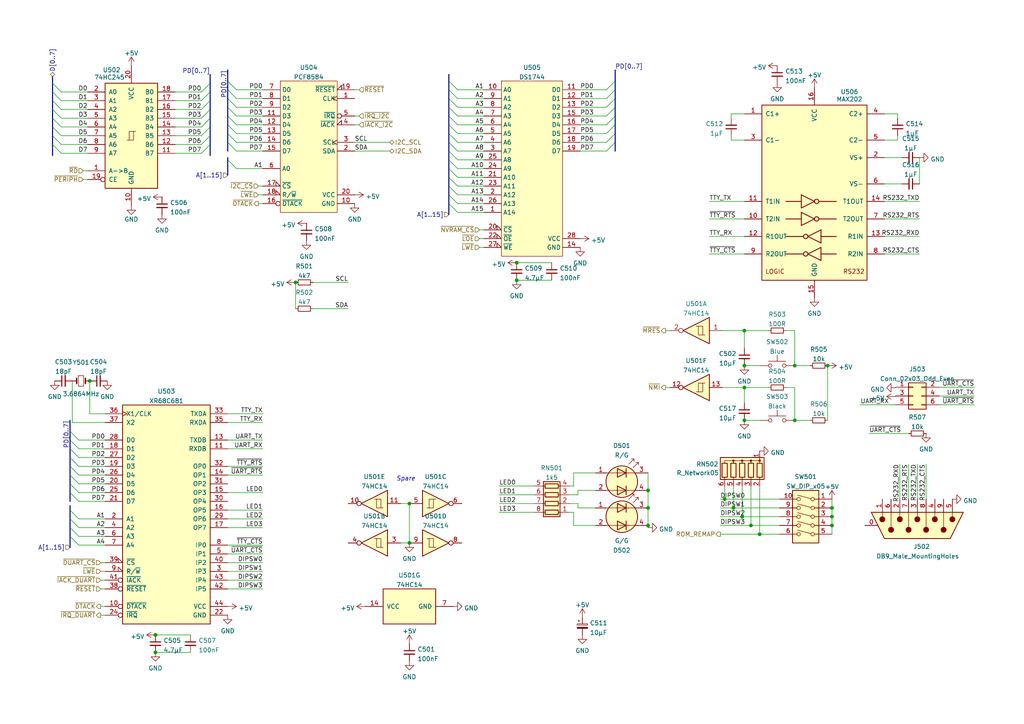
<source format=kicad_sch>
(kicad_sch (version 20210621) (generator eeschema)
  (paper "A4")
  (junction (at 149.86 81.28))
  (junction (at 212.725 147.32))
  (junction (at 215.9 112.395))
  (junction (at 241.3 152.4))
  (junction (at 187.96 147.32))
  (junction (at 220.345 154.94))
  (junction (at 187.96 152.4))
  (junction (at 215.265 149.86))
  (junction (at 241.3 147.32))
  (junction (at 217.805 152.4))
  (junction (at 85.725 81.915))
  (junction (at 149.86 76.2))
  (junction (at 215.9 106.045))
  (junction (at 118.745 146.05))
  (junction (at 230.505 106.045))
  (junction (at 230.505 121.92))
  (junction (at 26.035 110.49))
  (junction (at 187.96 142.24))
  (junction (at 45.085 189.23))
  (junction (at 215.9 95.885))
  (junction (at 215.9 121.92))
  (junction (at 118.745 157.48))
  (junction (at 240.03 106.045))
  (junction (at 210.185 144.78))
  (junction (at 241.3 149.86))
  (junction (at 45.085 184.15))
  (bus_entry (at 58.42 39.37) (size 2.54 -2.54))
  (bus_entry (at 175.895 41.275) (size 2.54 -2.54))
  (bus_entry (at 22.86 130.175) (size -2.54 -2.54))
  (bus_entry (at 68.58 41.275) (size -2.54 -2.54))
  (bus_entry (at 58.42 31.75) (size 2.54 -2.54))
  (bus_entry (at 20.32 155.575) (size 2.54 2.54))
  (bus_entry (at 175.895 31.115) (size 2.54 -2.54))
  (bus_entry (at 22.86 135.255) (size -2.54 -2.54))
  (bus_entry (at 58.42 44.45) (size 2.54 -2.54))
  (bus_entry (at 130.175 36.195) (size 2.54 2.54))
  (bus_entry (at 22.86 137.795) (size -2.54 -2.54))
  (bus_entry (at 68.58 33.655) (size -2.54 -2.54))
  (bus_entry (at 130.175 31.115) (size 2.54 2.54))
  (bus_entry (at 22.86 145.415) (size -2.54 -2.54))
  (bus_entry (at 17.78 26.67) (size -2.54 -2.54))
  (bus_entry (at 66.04 46.355) (size 2.54 2.54))
  (bus_entry (at 130.175 48.895) (size 2.54 2.54))
  (bus_entry (at 68.58 38.735) (size -2.54 -2.54))
  (bus_entry (at 68.58 36.195) (size -2.54 -2.54))
  (bus_entry (at 22.86 140.335) (size -2.54 -2.54))
  (bus_entry (at 20.32 150.495) (size 2.54 2.54))
  (bus_entry (at 175.895 43.815) (size 2.54 -2.54))
  (bus_entry (at 175.895 38.735) (size 2.54 -2.54))
  (bus_entry (at 130.175 46.355) (size 2.54 2.54))
  (bus_entry (at 175.895 33.655) (size 2.54 -2.54))
  (bus_entry (at 130.175 51.435) (size 2.54 2.54))
  (bus_entry (at 58.42 29.21) (size 2.54 -2.54))
  (bus_entry (at 20.32 153.035) (size 2.54 2.54))
  (bus_entry (at 68.58 28.575) (size -2.54 -2.54))
  (bus_entry (at 17.78 36.83) (size -2.54 -2.54))
  (bus_entry (at 22.86 142.875) (size -2.54 -2.54))
  (bus_entry (at 17.78 39.37) (size -2.54 -2.54))
  (bus_entry (at 130.175 38.735) (size 2.54 2.54))
  (bus_entry (at 68.58 43.815) (size -2.54 -2.54))
  (bus_entry (at 58.42 36.83) (size 2.54 -2.54))
  (bus_entry (at 17.78 34.29) (size -2.54 -2.54))
  (bus_entry (at 58.42 26.67) (size 2.54 -2.54))
  (bus_entry (at 17.78 44.45) (size -2.54 -2.54))
  (bus_entry (at 130.175 33.655) (size 2.54 2.54))
  (bus_entry (at 130.175 23.495) (size 2.54 2.54))
  (bus_entry (at 130.175 59.055) (size 2.54 2.54))
  (bus_entry (at 68.58 26.035) (size -2.54 -2.54))
  (bus_entry (at 22.86 132.715) (size -2.54 -2.54))
  (bus_entry (at 58.42 34.29) (size 2.54 -2.54))
  (bus_entry (at 175.895 28.575) (size 2.54 -2.54))
  (bus_entry (at 20.32 147.955) (size 2.54 2.54))
  (bus_entry (at 17.78 29.21) (size -2.54 -2.54))
  (bus_entry (at 130.175 28.575) (size 2.54 2.54))
  (bus_entry (at 68.58 31.115) (size -2.54 -2.54))
  (bus_entry (at 17.78 31.75) (size -2.54 -2.54))
  (bus_entry (at 17.78 41.91) (size -2.54 -2.54))
  (bus_entry (at 130.175 26.035) (size 2.54 2.54))
  (bus_entry (at 130.175 41.275) (size 2.54 2.54))
  (bus_entry (at 58.42 41.91) (size 2.54 -2.54))
  (bus_entry (at 175.895 26.035) (size 2.54 -2.54))
  (bus_entry (at 22.86 127.635) (size -2.54 -2.54))
  (bus_entry (at 130.175 56.515) (size 2.54 2.54))
  (bus_entry (at 130.175 43.815) (size 2.54 2.54))
  (bus_entry (at 175.895 36.195) (size 2.54 -2.54))
  (bus_entry (at 130.175 53.975) (size 2.54 2.54))
  (wire (pts (xy 45.085 184.15) (xy 55.245 184.15)))
  (wire (pts (xy 268.605 144.78) (xy 268.605 134.62)))
  (wire (pts (xy 132.715 61.595) (xy 140.335 61.595)))
  (wire (pts (xy 100.965 81.915) (xy 90.805 81.915)))
  (wire (pts (xy 212.09 33.02) (xy 215.9 33.02)))
  (wire (pts (xy 102.87 41.275) (xy 113.03 41.275)))
  (wire (pts (xy 66.04 127.635) (xy 76.2 127.635)))
  (wire (pts (xy 272.415 117.3964) (xy 282.575 117.3964)))
  (wire (pts (xy 240.03 106.045) (xy 240.03 121.92)))
  (wire (pts (xy 22.86 150.495) (xy 30.48 150.495)))
  (bus (pts (xy 20.32 135.255) (xy 20.32 137.795)))
  (bus (pts (xy 20.32 137.795) (xy 20.32 140.335)))
  (bus (pts (xy 20.32 140.335) (xy 20.32 142.875)))
  (bus (pts (xy 20.32 142.875) (xy 20.32 145.415)))
  (bus (pts (xy 20.32 125.095) (xy 20.32 127.635)))
  (bus (pts (xy 20.32 121.92) (xy 20.32 125.095)))
  (bus (pts (xy 20.32 127.635) (xy 20.32 130.175)))
  (bus (pts (xy 20.32 130.175) (xy 20.32 132.715)))
  (bus (pts (xy 20.32 132.715) (xy 20.32 135.255)))
  (wire (pts (xy 22.86 155.575) (xy 30.48 155.575)))
  (wire (pts (xy 85.725 81.915) (xy 85.725 89.535)))
  (wire (pts (xy 104.14 26.035) (xy 102.87 26.035)))
  (bus (pts (xy 60.96 24.13) (xy 60.96 26.67)))
  (bus (pts (xy 60.96 21.59) (xy 60.96 24.13)))
  (bus (pts (xy 60.96 31.75) (xy 60.96 34.29)))
  (bus (pts (xy 60.96 34.29) (xy 60.96 36.83)))
  (bus (pts (xy 60.96 36.83) (xy 60.96 39.37)))
  (bus (pts (xy 60.96 39.37) (xy 60.96 41.91)))
  (bus (pts (xy 60.96 41.91) (xy 60.96 45.085)))
  (bus (pts (xy 60.96 26.67) (xy 60.96 29.21)))
  (bus (pts (xy 60.96 29.21) (xy 60.96 31.75)))
  (wire (pts (xy 24.13 52.07) (xy 25.4 52.07)))
  (wire (pts (xy 220.345 140.97) (xy 220.345 154.94)))
  (wire (pts (xy 30.48 140.335) (xy 22.86 140.335)))
  (wire (pts (xy 76.2 43.815) (xy 68.58 43.815)))
  (wire (pts (xy 227.965 112.395) (xy 230.505 112.395)))
  (wire (pts (xy 230.505 112.395) (xy 230.505 121.92)))
  (wire (pts (xy 167.64 142.24) (xy 172.72 142.24)))
  (wire (pts (xy 167.64 143.51) (xy 167.64 142.24)))
  (wire (pts (xy 165.1 143.51) (xy 167.64 143.51)))
  (wire (pts (xy 58.42 29.21) (xy 50.8 29.21)))
  (wire (pts (xy 116.205 157.48) (xy 118.745 157.48)))
  (wire (pts (xy 139.065 71.755) (xy 140.335 71.755)))
  (wire (pts (xy 29.21 178.435) (xy 30.48 178.435)))
  (wire (pts (xy 66.04 168.275) (xy 76.2 168.275)))
  (wire (pts (xy 30.48 135.255) (xy 22.86 135.255)))
  (wire (pts (xy 241.3 144.78) (xy 241.3 147.32)))
  (wire (pts (xy 241.3 149.86) (xy 241.3 152.4)))
  (wire (pts (xy 241.3 152.4) (xy 241.3 154.94)))
  (wire (pts (xy 241.3 147.32) (xy 241.3 149.86)))
  (wire (pts (xy 165.1 146.05) (xy 167.64 146.05)))
  (wire (pts (xy 167.64 146.05) (xy 167.64 147.32)))
  (wire (pts (xy 30.48 145.415) (xy 22.86 145.415)))
  (wire (pts (xy 58.42 44.45) (xy 50.8 44.45)))
  (wire (pts (xy 132.715 48.895) (xy 140.335 48.895)))
  (wire (pts (xy 22.86 158.115) (xy 30.48 158.115)))
  (wire (pts (xy 215.265 140.97) (xy 215.265 149.86)))
  (wire (pts (xy 29.21 163.195) (xy 30.48 163.195)))
  (wire (pts (xy 132.715 51.435) (xy 140.335 51.435)))
  (wire (pts (xy 104.14 36.195) (xy 102.87 36.195)))
  (wire (pts (xy 272.415 112.3164) (xy 282.575 112.3164)))
  (wire (pts (xy 212.725 140.97) (xy 212.725 147.32)))
  (wire (pts (xy 132.715 26.035) (xy 140.335 26.035)))
  (wire (pts (xy 132.715 41.275) (xy 140.335 41.275)))
  (wire (pts (xy 227.965 95.885) (xy 230.505 95.885)))
  (wire (pts (xy 230.505 95.885) (xy 230.505 106.045)))
  (bus (pts (xy 15.24 31.75) (xy 15.24 34.29)))
  (bus (pts (xy 15.24 29.21) (xy 15.24 31.75)))
  (bus (pts (xy 15.24 34.29) (xy 15.24 36.83)))
  (bus (pts (xy 15.24 22.225) (xy 15.24 24.13)))
  (bus (pts (xy 15.24 24.13) (xy 15.24 26.67)))
  (bus (pts (xy 15.24 26.67) (xy 15.24 29.21)))
  (bus (pts (xy 15.24 36.83) (xy 15.24 39.37)))
  (bus (pts (xy 15.24 39.37) (xy 15.24 41.91)))
  (bus (pts (xy 15.24 41.91) (xy 15.24 45.085)))
  (wire (pts (xy 168.275 36.195) (xy 175.895 36.195)))
  (wire (pts (xy 76.2 26.035) (xy 68.58 26.035)))
  (wire (pts (xy 132.715 38.735) (xy 140.335 38.735)))
  (wire (pts (xy 58.42 26.67) (xy 50.8 26.67)))
  (wire (pts (xy 132.715 43.815) (xy 140.335 43.815)))
  (wire (pts (xy 266.065 134.62) (xy 266.065 144.78)))
  (wire (pts (xy 66.04 120.015) (xy 76.2 120.015)))
  (wire (pts (xy 58.42 31.75) (xy 50.8 31.75)))
  (wire (pts (xy 66.04 137.795) (xy 76.2 137.795)))
  (wire (pts (xy 116.205 146.05) (xy 118.745 146.05)))
  (wire (pts (xy 76.2 38.735) (xy 68.58 38.735)))
  (wire (pts (xy 260.35 39.37) (xy 260.35 40.64)))
  (wire (pts (xy 260.35 40.64) (xy 256.54 40.64)))
  (wire (pts (xy 266.7 58.42) (xy 256.54 58.42)))
  (wire (pts (xy 215.9 73.66) (xy 205.74 73.66)))
  (wire (pts (xy 132.715 46.355) (xy 140.335 46.355)))
  (wire (pts (xy 76.2 28.575) (xy 68.58 28.575)))
  (wire (pts (xy 212.09 40.64) (xy 215.9 40.64)))
  (wire (pts (xy 212.725 147.32) (xy 226.06 147.32)))
  (wire (pts (xy 208.915 147.32) (xy 212.725 147.32)))
  (wire (pts (xy 217.805 140.97) (xy 217.805 152.4)))
  (wire (pts (xy 66.04 147.955) (xy 76.2 147.955)))
  (wire (pts (xy 45.085 189.23) (xy 55.245 189.23)))
  (wire (pts (xy 266.7 45.72) (xy 266.7 53.34)))
  (wire (pts (xy 30.48 120.015) (xy 26.035 120.015)))
  (wire (pts (xy 26.035 120.015) (xy 26.035 110.49)))
  (wire (pts (xy 215.9 68.58) (xy 205.74 68.58)))
  (wire (pts (xy 30.48 137.795) (xy 22.86 137.795)))
  (wire (pts (xy 58.42 36.83) (xy 50.8 36.83)))
  (wire (pts (xy 154.94 146.05) (xy 144.78 146.05)))
  (wire (pts (xy 58.42 39.37) (xy 50.8 39.37)))
  (wire (pts (xy 20.955 122.555) (xy 30.48 122.555)))
  (wire (pts (xy 20.955 110.49) (xy 20.955 122.555)))
  (wire (pts (xy 66.04 130.175) (xy 76.2 130.175)))
  (wire (pts (xy 139.065 66.675) (xy 140.335 66.675)))
  (wire (pts (xy 66.04 122.555) (xy 76.2 122.555)))
  (wire (pts (xy 256.54 45.72) (xy 261.62 45.72)))
  (wire (pts (xy 166.37 148.59) (xy 166.37 152.4)))
  (wire (pts (xy 166.37 152.4) (xy 172.72 152.4)))
  (wire (pts (xy 165.1 148.59) (xy 166.37 148.59)))
  (wire (pts (xy 132.715 33.655) (xy 140.335 33.655)))
  (wire (pts (xy 168.275 38.735) (xy 175.895 38.735)))
  (wire (pts (xy 193.04 95.885) (xy 194.31 95.885)))
  (wire (pts (xy 168.275 31.115) (xy 175.895 31.115)))
  (wire (pts (xy 25.4 36.83) (xy 17.78 36.83)))
  (wire (pts (xy 66.04 150.495) (xy 76.2 150.495)))
  (wire (pts (xy 168.275 26.035) (xy 175.895 26.035)))
  (wire (pts (xy 74.93 56.515) (xy 76.2 56.515)))
  (wire (pts (xy 25.4 29.21) (xy 17.78 29.21)))
  (wire (pts (xy 66.04 142.875) (xy 76.2 142.875)))
  (wire (pts (xy 212.09 39.37) (xy 212.09 40.64)))
  (wire (pts (xy 260.35 33.02) (xy 260.35 34.29)))
  (wire (pts (xy 256.54 33.02) (xy 260.35 33.02)))
  (wire (pts (xy 132.715 56.515) (xy 140.335 56.515)))
  (wire (pts (xy 58.42 41.91) (xy 50.8 41.91)))
  (wire (pts (xy 29.21 168.275) (xy 30.48 168.275)))
  (wire (pts (xy 154.94 140.97) (xy 144.78 140.97)))
  (wire (pts (xy 22.86 153.035) (xy 30.48 153.035)))
  (wire (pts (xy 139.065 69.215) (xy 140.335 69.215)))
  (wire (pts (xy 76.2 33.655) (xy 68.58 33.655)))
  (wire (pts (xy 256.54 68.58) (xy 266.7 68.58)))
  (bus (pts (xy 66.04 45.72) (xy 66.04 46.355)))
  (bus (pts (xy 66.04 46.355) (xy 66.04 50.8)))
  (wire (pts (xy 66.04 163.195) (xy 76.2 163.195)))
  (wire (pts (xy 168.275 33.655) (xy 175.895 33.655)))
  (wire (pts (xy 215.9 106.045) (xy 220.345 106.045)))
  (wire (pts (xy 149.86 81.28) (xy 160.02 81.28)))
  (wire (pts (xy 215.9 95.885) (xy 215.9 100.965)))
  (wire (pts (xy 222.885 95.885) (xy 215.9 95.885)))
  (wire (pts (xy 149.86 76.2) (xy 160.02 76.2)))
  (wire (pts (xy 66.04 158.115) (xy 76.2 158.115)))
  (wire (pts (xy 76.2 31.115) (xy 68.58 31.115)))
  (wire (pts (xy 260.985 144.78) (xy 260.985 134.62)))
  (wire (pts (xy 25.4 41.91) (xy 17.78 41.91)))
  (bus (pts (xy 20.32 146.685) (xy 20.32 147.955)))
  (bus (pts (xy 20.32 147.955) (xy 20.32 150.495)))
  (bus (pts (xy 20.32 153.035) (xy 20.32 155.575)))
  (bus (pts (xy 20.32 150.495) (xy 20.32 153.035)))
  (bus (pts (xy 20.32 155.575) (xy 20.32 158.75)))
  (wire (pts (xy 132.715 53.975) (xy 140.335 53.975)))
  (wire (pts (xy 30.48 142.875) (xy 22.86 142.875)))
  (wire (pts (xy 132.715 36.195) (xy 140.335 36.195)))
  (wire (pts (xy 212.09 33.02) (xy 212.09 34.29)))
  (bus (pts (xy 66.04 33.655) (xy 66.04 36.195)))
  (bus (pts (xy 66.04 36.195) (xy 66.04 38.735)))
  (bus (pts (xy 66.04 38.735) (xy 66.04 41.275)))
  (bus (pts (xy 66.04 20.32) (xy 66.04 23.495)))
  (bus (pts (xy 66.04 26.035) (xy 66.04 28.575)))
  (bus (pts (xy 66.04 23.495) (xy 66.04 26.035)))
  (bus (pts (xy 66.04 28.575) (xy 66.04 31.115)))
  (bus (pts (xy 66.04 31.115) (xy 66.04 33.655)))
  (bus (pts (xy 66.04 41.275) (xy 66.04 43.815)))
  (wire (pts (xy 256.54 73.66) (xy 266.7 73.66)))
  (wire (pts (xy 167.64 147.32) (xy 172.72 147.32)))
  (wire (pts (xy 263.525 144.78) (xy 263.525 134.62)))
  (wire (pts (xy 74.93 53.975) (xy 76.2 53.975)))
  (wire (pts (xy 256.54 53.34) (xy 261.62 53.34)))
  (wire (pts (xy 25.4 31.75) (xy 17.78 31.75)))
  (wire (pts (xy 215.9 58.42) (xy 205.74 58.42)))
  (wire (pts (xy 30.48 132.715) (xy 22.86 132.715)))
  (bus (pts (xy 178.435 33.655) (xy 178.435 36.195)))
  (bus (pts (xy 178.435 36.195) (xy 178.435 38.735)))
  (bus (pts (xy 178.435 28.575) (xy 178.435 31.115)))
  (bus (pts (xy 178.435 31.115) (xy 178.435 33.655)))
  (bus (pts (xy 178.435 26.035) (xy 178.435 28.575)))
  (bus (pts (xy 178.435 23.495) (xy 178.435 26.035)))
  (bus (pts (xy 178.435 38.735) (xy 178.435 41.275)))
  (bus (pts (xy 178.435 41.275) (xy 178.435 43.815)))
  (bus (pts (xy 178.435 20.32) (xy 178.435 23.495)))
  (wire (pts (xy 154.94 148.59) (xy 144.78 148.59)))
  (wire (pts (xy 58.42 34.29) (xy 50.8 34.29)))
  (wire (pts (xy 210.185 144.78) (xy 226.06 144.78)))
  (wire (pts (xy 208.915 144.78) (xy 210.185 144.78)))
  (wire (pts (xy 215.265 149.86) (xy 226.06 149.86)))
  (wire (pts (xy 208.915 149.86) (xy 215.265 149.86)))
  (wire (pts (xy 187.96 137.16) (xy 187.96 142.24)))
  (wire (pts (xy 187.96 142.24) (xy 187.96 147.32)))
  (wire (pts (xy 187.96 147.32) (xy 187.96 152.4)))
  (wire (pts (xy 187.96 152.4) (xy 187.96 153.035)))
  (wire (pts (xy 29.21 175.895) (xy 30.48 175.895)))
  (bus (pts (xy 130.175 36.195) (xy 130.175 38.735)))
  (bus (pts (xy 130.175 38.735) (xy 130.175 41.275)))
  (bus (pts (xy 130.175 41.275) (xy 130.175 43.815)))
  (bus (pts (xy 130.175 56.515) (xy 130.175 59.055)))
  (bus (pts (xy 130.175 51.435) (xy 130.175 53.975)))
  (bus (pts (xy 130.175 53.975) (xy 130.175 56.515)))
  (bus (pts (xy 130.175 48.895) (xy 130.175 51.435)))
  (bus (pts (xy 130.175 46.355) (xy 130.175 48.895)))
  (bus (pts (xy 130.175 43.815) (xy 130.175 46.355)))
  (bus (pts (xy 130.175 59.055) (xy 130.175 62.23)))
  (bus (pts (xy 130.175 31.115) (xy 130.175 33.655)))
  (bus (pts (xy 130.175 33.655) (xy 130.175 36.195)))
  (bus (pts (xy 130.175 28.575) (xy 130.175 31.115)))
  (bus (pts (xy 130.175 21.59) (xy 130.175 23.495)))
  (bus (pts (xy 130.175 23.495) (xy 130.175 26.035)))
  (bus (pts (xy 130.175 26.035) (xy 130.175 28.575)))
  (wire (pts (xy 29.21 165.735) (xy 30.48 165.735)))
  (wire (pts (xy 132.715 28.575) (xy 140.335 28.575)))
  (wire (pts (xy 25.4 34.29) (xy 17.78 34.29)))
  (wire (pts (xy 165.1 140.97) (xy 166.37 140.97)))
  (wire (pts (xy 166.37 137.16) (xy 172.72 137.16)))
  (wire (pts (xy 29.21 170.815) (xy 30.48 170.815)))
  (wire (pts (xy 272.415 114.8564) (xy 282.575 114.8564)))
  (wire (pts (xy 25.4 26.67) (xy 17.78 26.67)))
  (wire (pts (xy 100.965 89.535) (xy 90.805 89.535)))
  (wire (pts (xy 102.87 43.815) (xy 113.03 43.815)))
  (wire (pts (xy 259.715 117.3964) (xy 249.555 117.3964)))
  (wire (pts (xy 210.185 140.97) (xy 210.185 144.78)))
  (wire (pts (xy 25.4 39.37) (xy 17.78 39.37)))
  (wire (pts (xy 252.095 125.73) (xy 263.525 125.73)))
  (wire (pts (xy 76.2 41.275) (xy 68.58 41.275)))
  (wire (pts (xy 66.04 170.815) (xy 76.2 170.815)))
  (wire (pts (xy 209.55 112.395) (xy 215.9 112.395)))
  (wire (pts (xy 66.04 153.035) (xy 76.2 153.035)))
  (wire (pts (xy 209.55 95.885) (xy 215.9 95.885)))
  (wire (pts (xy 208.915 154.94) (xy 220.345 154.94)))
  (wire (pts (xy 220.345 154.94) (xy 226.06 154.94)))
  (wire (pts (xy 66.04 165.735) (xy 76.2 165.735)))
  (wire (pts (xy 76.2 36.195) (xy 68.58 36.195)))
  (wire (pts (xy 30.48 127.635) (xy 22.86 127.635)))
  (wire (pts (xy 154.94 143.51) (xy 144.78 143.51)))
  (wire (pts (xy 168.275 43.815) (xy 175.895 43.815)))
  (wire (pts (xy 104.14 33.655) (xy 102.87 33.655)))
  (wire (pts (xy 24.13 49.53) (xy 25.4 49.53)))
  (wire (pts (xy 215.9 121.92) (xy 220.345 121.92)))
  (wire (pts (xy 66.04 135.255) (xy 76.2 135.255)))
  (wire (pts (xy 132.715 59.055) (xy 140.335 59.055)))
  (wire (pts (xy 215.9 63.5) (xy 205.74 63.5)))
  (wire (pts (xy 25.4 44.45) (xy 17.78 44.45)))
  (wire (pts (xy 30.48 130.175) (xy 22.86 130.175)))
  (wire (pts (xy 215.9 112.395) (xy 222.885 112.395)))
  (wire (pts (xy 215.9 116.84) (xy 215.9 112.395)))
  (wire (pts (xy 132.715 31.115) (xy 140.335 31.115)))
  (wire (pts (xy 118.745 146.05) (xy 118.745 157.48)))
  (wire (pts (xy 74.93 59.055) (xy 76.2 59.055)))
  (wire (pts (xy 168.275 28.575) (xy 175.895 28.575)))
  (wire (pts (xy 230.505 121.92) (xy 234.95 121.92)))
  (wire (pts (xy 256.54 63.5) (xy 266.7 63.5)))
  (wire (pts (xy 166.37 137.16) (xy 166.37 140.97)))
  (wire (pts (xy 193.04 112.395) (xy 194.31 112.395)))
  (wire (pts (xy 68.58 48.895) (xy 76.2 48.895)))
  (wire (pts (xy 230.505 106.045) (xy 234.95 106.045)))
  (wire (pts (xy 168.275 41.275) (xy 175.895 41.275)))
  (wire (pts (xy 208.915 152.4) (xy 217.805 152.4)))
  (wire (pts (xy 217.805 152.4) (xy 226.06 152.4)))
  (wire (pts (xy 66.04 160.655) (xy 76.2 160.655)))
  (text "Spare" (at 114.935 139.7 0) (effects (font (size 1.27 1.27) italic) (justify left bottom)))
  (label "DIPSW3" (at 208.915 152.4 0))
  (label "UART_TX" (at 76.2 127.635 180))
  (label "PD4" (at 168.275 36.195 0))
  (label "A9" (at 140.335 46.355 180))
  (label "LED1" (at 144.78 143.51 0))
  (label "~{UART_RTS}" (at 76.2 137.795 180))
  (label "~{UART_RTS}" (at 282.575 117.3964 180))
  (label "A2" (at 140.335 28.575 180))
  (label "RS232_RTS" (at 266.7 63.5 180))
  (label "PD6" (at 30.48 142.875 180))
  (label "DIPSW0" (at 76.2 163.195 180))
  (label "SDA" (at 100.965 89.535 180))
  (label "PD7" (at 76.2 43.815 180))
  (label "A10" (at 140.335 48.895 180))
  (label "A1" (at 76.2 48.895 180))
  (label "RS232_CTS" (at 268.605 134.62 270))
  (label "PD4" (at 30.48 137.795 180))
  (label "TTY_TX" (at 205.74 58.42 0))
  (label "TTY_TX" (at 76.2 120.015 180))
  (label "UART_RX" (at 76.2 130.175 180))
  (label "PD3" (at 168.275 33.655 0))
  (label "PD1" (at 30.48 130.175 180))
  (label "PD6" (at 168.275 41.275 0))
  (label "PD[0..7]" (at 66.04 20.32 270))
  (label "TTY_RX" (at 76.2 122.555 180))
  (label "PD5" (at 168.275 38.735 0))
  (label "A15" (at 140.335 61.595 180))
  (label "A7" (at 140.335 41.275 180))
  (label "~{TTY_CTS}" (at 205.74 73.66 0))
  (label "DIPSW1" (at 208.915 147.32 0))
  (label "A1" (at 30.48 150.495 180))
  (label "A11" (at 140.335 51.435 180))
  (label "D6" (at 25.4 41.91 180))
  (label "PD[0..7]" (at 20.32 121.92 270))
  (label "LED3" (at 144.78 148.59 0))
  (label "LED2" (at 144.78 146.05 0))
  (label "DIPSW1" (at 76.2 165.735 180))
  (label "PD5" (at 76.2 38.735 180))
  (label "A6" (at 140.335 38.735 180))
  (label "A3" (at 30.48 155.575 180))
  (label "PD3" (at 30.48 135.255 180))
  (label "RS232_CTS" (at 266.7 73.66 180))
  (label "A14" (at 140.335 59.055 180))
  (label "RS232_TXD" (at 266.065 134.62 270))
  (label "PD1" (at 168.275 28.575 0))
  (label "PD5" (at 30.48 140.335 180))
  (label "PD0" (at 58.42 26.67 180))
  (label "PD3" (at 76.2 33.655 180))
  (label "LED1" (at 76.2 147.955 180))
  (label "A13" (at 140.335 56.515 180))
  (label "~{TTY_CTS}" (at 76.2 158.115 180))
  (label "TTY_RX" (at 205.74 68.58 0))
  (label "SDA" (at 102.87 43.815 0))
  (label "PD0" (at 76.2 26.035 180))
  (label "A4" (at 140.335 33.655 180))
  (label "PD[0..7]" (at 178.435 20.32 0))
  (label "PD6" (at 76.2 41.275 180))
  (label "PD1" (at 76.2 28.575 180))
  (label "RS232_RTS" (at 263.525 134.62 270))
  (label "PD3" (at 58.42 34.29 180))
  (label "DIPSW2" (at 208.915 149.86 0))
  (label "LED2" (at 76.2 150.495 180))
  (label "D4" (at 25.4 36.83 180))
  (label "DIPSW2" (at 76.2 168.275 180))
  (label "PD2" (at 58.42 31.75 180))
  (label "PD4" (at 58.42 36.83 180))
  (label "~{UART_CTS}" (at 76.2 160.655 180))
  (label "PD7" (at 58.42 44.45 180))
  (label "RS232_RXD" (at 260.985 134.62 270))
  (label "RS232_TXD" (at 266.7 58.42 180))
  (label "PD0" (at 168.275 26.035 0))
  (label "~{TTY_RTS}" (at 76.2 135.255 180))
  (label "PD4" (at 76.2 36.195 180))
  (label "PD1" (at 58.42 29.21 180))
  (label "D1" (at 25.4 29.21 180))
  (label "PD2" (at 30.48 132.715 180))
  (label "RS232_RXD" (at 266.7 68.58 180))
  (label "UART_RX" (at 249.555 117.3964 0))
  (label "DIPSW3" (at 76.2 170.815 180))
  (label "DIPSW0" (at 208.915 144.78 0))
  (label "SCL" (at 100.965 81.915 180))
  (label "PD5" (at 58.42 39.37 180))
  (label "D3" (at 25.4 34.29 180))
  (label "A4" (at 30.48 158.115 180))
  (label "A2" (at 30.48 153.035 180))
  (label "D2" (at 25.4 31.75 180))
  (label "PD0" (at 30.48 127.635 180))
  (label "A12" (at 140.335 53.975 180))
  (label "A3" (at 140.335 31.115 180))
  (label "~{TTY_RTS}" (at 205.74 63.5 0))
  (label "D7" (at 25.4 44.45 180))
  (label "PD6" (at 58.42 41.91 180))
  (label "D5" (at 25.4 39.37 180))
  (label "PD[0..7]" (at 60.96 21.59 180))
  (label "LED0" (at 76.2 142.875 180))
  (label "PD7" (at 168.275 43.815 0))
  (label "~{UART_CTS}" (at 252.095 125.73 0))
  (label "UART_TX" (at 282.575 114.8564 180))
  (label "PD7" (at 30.48 145.415 180))
  (label "PD2" (at 168.275 31.115 0))
  (label "A5" (at 140.335 36.195 180))
  (label "LED3" (at 76.2 153.035 180))
  (label "~{UART_CTS}" (at 282.575 112.3164 180))
  (label "A8" (at 140.335 43.815 180))
  (label "A1" (at 140.335 26.035 180))
  (label "LED0" (at 144.78 140.97 0))
  (label "PD2" (at 76.2 31.115 180))
  (label "SCL" (at 102.87 41.275 0))
  (label "D0" (at 25.4 26.67 180))
  (hierarchical_label "D[0..7]" (shape bidirectional) (at 15.24 22.225 90))
  (hierarchical_label "~{DTACK}" (shape output) (at 74.93 59.055 180))
  (hierarchical_label "~{LWE}" (shape input) (at 74.93 56.515 180))
  (hierarchical_label "~{I2C_CS}" (shape input) (at 74.93 53.975 180))
  (hierarchical_label "A[1..15]" (shape input) (at 20.32 158.75 180))
  (hierarchical_label "~{RESET}" (shape input) (at 104.14 26.035 0))
  (hierarchical_label "A[1..15]" (shape input) (at 130.175 62.23 180))
  (hierarchical_label "~{LWE}" (shape input) (at 29.21 165.735 180))
  (hierarchical_label "~{MRES}" (shape output) (at 193.04 95.885 180))
  (hierarchical_label "~{PERIPH}" (shape input) (at 24.13 52.07 180))
  (hierarchical_label "~{RESET}" (shape input) (at 29.21 170.815 180))
  (hierarchical_label "I2C_SCL" (shape bidirectional) (at 113.03 41.275 0))
  (hierarchical_label "~{IRQ_DUART}" (shape output) (at 29.21 178.435 180))
  (hierarchical_label "~{IRQ_I2C}" (shape input) (at 104.14 33.655 0))
  (hierarchical_label "~{IACK_DUART}" (shape input) (at 29.21 168.275 180))
  (hierarchical_label "~{RD}" (shape input) (at 24.13 49.53 180))
  (hierarchical_label "~{LOE}" (shape input) (at 139.065 69.215 180))
  (hierarchical_label "~{DUART_CS}" (shape input) (at 29.21 163.195 180))
  (hierarchical_label "~{NMI}" (shape output) (at 193.04 112.395 180))
  (hierarchical_label "~{IACK_I2C}" (shape input) (at 104.14 36.195 0))
  (hierarchical_label "~{DTACK}" (shape output) (at 29.21 175.895 180))
  (hierarchical_label "~{NVRAM_CS}" (shape input) (at 139.065 66.675 180))
  (hierarchical_label "A[1..15]" (shape input) (at 66.04 50.8 180))
  (hierarchical_label "ROM_REMAP" (shape output) (at 208.915 154.94 180))
  (hierarchical_label "I2C_SDA" (shape bidirectional) (at 113.03 43.815 0))
  (hierarchical_label "~{LWE}" (shape input) (at 139.065 71.755 180))
  (symbol (lib_id "Device:C_Small") (at 260.35 36.83 180) (unit 1)
    (property "Reference" "C514" (at 262.6741 35.9215 0) (effects (justify right)))
    (property "Value" "1µF" (at 262.6741 38.6966 0) (effects (justify right)))
    (property "Footprint" "Capacitor_SMD:C_0805_2012Metric" (effects hide))
  )
  (symbol (lib_id "Device:C_Small") (at 215.9 119.38 0) (mirror y) (unit 1)
    (property "Reference" "C517" (at 213.5759 118.4715 0) (effects (justify left)))
    (property "Value" "10µF" (at 213.5759 121.2466 0) (effects (justify left)))
    (property "Footprint" "Capacitor_SMD:C_0805_2012Metric" (effects hide))
  )
  (symbol (lib_id "power:GND") (at 15.875 110.49 0) (unit 1)
    (property "Reference" "#PWR0218" (effects hide))
    (property "Value" "GND" (at 15.875 115.0524 0))
  )
  (symbol (lib_id "power:GND") (at 45.085 189.23 0) (unit 1)
    (property "Reference" "#PWR0223" (effects hide))
    (property "Value" "GND" (at 45.085 193.7924 0))
  )
  (symbol (lib_id "Connector_Generic:Conn_02x03_Odd_Even") (at 264.795 114.8564 0) (unit 1)
    (property "Reference" "J503" (at 266.065 107.0799 0))
    (property "Value" "Conn_02x03_Odd_Even" (at 266.065 109.855 0))
    (property "Footprint" "Connector_PinHeader_2.54mm:PinHeader_2x03_P2.54mm_Horizontal" (effects hide))
  )
  (symbol (lib_id "Device:C_Small") (at 45.085 186.69 0) (unit 1)
    (property "Reference" "C505" (at 47.4091 185.7815 0) (effects (justify left)))
    (property "Value" "4.7µF" (at 47.4091 188.5566 0) (effects (justify left)))
    (property "Footprint" "Capacitor_SMD:C_0805_2012Metric" (effects hide))
  )
  (symbol (lib_id "power:GND") (at 168.275 71.755 0) (unit 1)
    (property "Reference" "#PWR0202" (effects hide))
    (property "Value" "GND" (at 168.275 76.3174 0))
  )
  (symbol (lib_id "power:GND") (at 187.96 153.035 90) (unit 1)
    (property "Reference" "#PWR0237" (effects hide))
    (property "Value" "GND" (at 191.135 153.514 90) (effects (justify right)))
  )
  (symbol (lib_id "68komputer-common:DS1744") (at 154.305 23.495 0) (unit 1)
    (property "Reference" "U505" (at 154.305 19.5793 0))
    (property "Value" "DS1744" (at 154.305 22.3544 0))
    (property "Footprint" "Package_DIP:DIP-28_W15.24mm_Socket" (effects hide))
    (property "Datasheet" "https://datasheets.maximintegrated.com/en/ds/DS1744-DS1744P.pdf" (effects hide))
  )
  (symbol (lib_id "power:+5V") (at 168.91 179.07 0) (unit 1)
    (property "Reference" "#PWR0240" (effects hide))
    (property "Value" "+5V" (at 168.91 175.4655 0))
  )
  (symbol (lib_id "Device:C_Small") (at 264.16 53.34 270) (unit 1)
    (property "Reference" "C516" (at 264.16 47.8114 90))
    (property "Value" "1µF" (at 264.16 50.5865 90))
    (property "Footprint" "Capacitor_SMD:C_0805_2012Metric" (effects hide))
  )
  (symbol (lib_id "74xx:74HC245") (at 38.1 39.37 0) (unit 1)
    (property "Reference" "U502" (at 32.385 20.2904 0))
    (property "Value" "74HC245" (at 31.75 22.4305 0))
    (property "Footprint" "Package_SO:TSSOP-20_4.4x6.5mm_P0.65mm" (effects hide))
    (property "Datasheet" "http://www.ti.com/lit/gpn/sn74HC245" (effects hide))
    (property "MPN" "74HC245PW,118" (effects hide))
  )
  (symbol (lib_id "Device:C_Small") (at 215.9 103.505 0) (unit 1)
    (property "Reference" "C502" (at 213.5759 102.5965 0) (effects (justify right)))
    (property "Value" "10µF" (at 213.5759 105.3716 0) (effects (justify right)))
    (property "Footprint" "Capacitor_SMD:C_0805_2012Metric" (effects hide))
  )
  (symbol (lib_id "power:+5V") (at 240.03 106.045 270) (unit 1)
    (property "Reference" "#PWR0508" (effects hide))
    (property "Value" "+5V" (at 243.205 106.524 90) (effects (justify left)))
  )
  (symbol (lib_id "Device:R_Small") (at 237.49 106.045 270) (mirror x) (unit 1)
    (property "Reference" "R505" (at 237.49 101.3419 90))
    (property "Value" "10k" (at 237.49 104.117 90))
    (property "Footprint" "Resistor_SMD:R_0805_2012Metric" (effects hide))
  )
  (symbol (lib_id "power:GND") (at 31.115 110.49 0) (unit 1)
    (property "Reference" "#PWR0219" (effects hide))
    (property "Value" "GND" (at 31.115 115.0524 0))
  )
  (symbol (lib_id "power:+5V") (at 118.745 186.69 0) (unit 1)
    (property "Reference" "#PWR0503" (effects hide))
    (property "Value" "+5V" (at 118.745 183.0855 0))
  )
  (symbol (lib_id "74xx:74HC14") (at 126.365 157.48 0) (mirror x) (unit 4)
    (property "Reference" "U501" (at 126.365 149.7035 0))
    (property "Value" "74HC14" (at 126.365 152.4786 0))
    (property "Footprint" "Package_SO:TSSOP-14_4.4x5mm_P0.65mm" (effects hide))
    (property "Datasheet" "http://www.ti.com/lit/gpn/sn74HC14" (effects hide))
  )
  (symbol (lib_id "Device:C_Small") (at 225.425 21.59 0) (unit 1)
    (property "Reference" "C513" (at 227.7491 20.6815 0) (effects (justify left)))
    (property "Value" "100nF" (at 227.7491 23.4566 0) (effects (justify left)))
    (property "Footprint" "Capacitor_SMD:C_0805_2012Metric" (effects hide))
  )
  (symbol (lib_id "74xx:74HC14") (at 201.93 95.885 0) (mirror y) (unit 1)
    (property "Reference" "U501" (at 201.93 88.1085 0))
    (property "Value" "74HC14" (at 201.93 90.8836 0))
    (property "Footprint" "Package_SO:TSSOP-14_4.4x5mm_P0.65mm" (effects hide))
    (property "Datasheet" "http://www.ti.com/lit/gpn/sn74HC14" (effects hide))
  )
  (symbol (lib_id "power:+5V") (at 236.22 25.4 0) (unit 1)
    (property "Reference" "#PWR0204" (effects hide))
    (property "Value" "+5V" (at 236.22 21.7955 0))
  )
  (symbol (lib_id "power:GND") (at 46.99 62.23 0) (unit 1)
    (property "Reference" "#PWR0227" (effects hide))
    (property "Value" "GND" (at 46.99 66.7924 0))
  )
  (symbol (lib_id "Device:R_Small") (at 88.265 89.535 270) (mirror x) (unit 1)
    (property "Reference" "R502" (at 88.265 84.8319 90))
    (property "Value" "4k7" (at 88.265 87.607 90))
    (property "Footprint" "Resistor_SMD:R_0805_2012Metric" (effects hide))
  )
  (symbol (lib_id "power:GND") (at 215.9 121.92 0) (unit 1)
    (property "Reference" "#PWR0507" (effects hide))
    (property "Value" "GND" (at 215.9 126.4824 0))
  )
  (symbol (lib_id "power:GND") (at 131.445 175.895 90) (unit 1)
    (property "Reference" "#PWR0505" (effects hide))
    (property "Value" "GND" (at 134.62 176.374 90) (effects (justify right)))
  )
  (symbol (lib_id "power:+5V") (at 66.04 175.895 270) (unit 1)
    (property "Reference" "#PWR0222" (effects hide))
    (property "Value" "+5V" (at 69.215 176.374 90) (effects (justify left)))
  )
  (symbol (lib_id "power:GND") (at 118.745 157.48 0) (unit 1)
    (property "Reference" "#PWR0502" (effects hide))
    (property "Value" "GND" (at 118.745 162.0424 0))
  )
  (symbol (lib_id "Device:R_Small") (at 225.425 112.395 270) (mirror x) (unit 1)
    (property "Reference" "R504" (at 225.425 107.6919 90))
    (property "Value" "100R" (at 225.425 110.467 90))
    (property "Footprint" "Resistor_SMD:R_0805_2012Metric" (effects hide))
  )
  (symbol (lib_id "Device:C_Small") (at 18.415 110.49 90) (unit 1)
    (property "Reference" "C503" (at 18.415 104.9614 90))
    (property "Value" "18pF" (at 18.415 107.7365 90))
    (property "Footprint" "Capacitor_SMD:C_0805_2012Metric" (effects hide))
  )
  (symbol (lib_id "power:+5V") (at 45.085 184.15 90) (unit 1)
    (property "Reference" "#PWR0220" (effects hide))
    (property "Value" "+5V" (at 41.91 184.629 90) (effects (justify left)))
  )
  (symbol (lib_id "power:GND") (at 225.425 24.13 0) (unit 1)
    (property "Reference" "#PWR0205" (effects hide))
    (property "Value" "GND" (at 225.425 28.6924 0))
  )
  (symbol (lib_id "Device:R_Pack04") (at 160.02 143.51 90) (unit 1)
    (property "Reference" "RN501" (at 160.02 135.7335 90))
    (property "Value" "1k5" (at 160.02 138.5086 90))
    (property "Footprint" "Resistor_SMD:R_Array_Convex_4x1206" (effects hide))
    (property "MPN" "YC164-JR-071K1L" (effects hide))
  )
  (symbol (lib_id "Device:R_Network05") (at 215.265 135.89 0) (mirror y) (unit 1)
    (property "Reference" "RN502" (at 201.93 134.62 0) (effects (justify right)))
    (property "Value" "R_Network05" (at 196.215 137.16 0) (effects (justify right)))
    (property "Footprint" "Resistor_THT:R_Array_SIP6" (effects hide))
    (property "Datasheet" "http://www.vishay.com/docs/31509/csc.pdf" (effects hide))
    (property "MPN" "4606X-101-103LF" (effects hide))
  )
  (symbol (lib_id "power:+5V") (at 225.425 19.05 90) (unit 1)
    (property "Reference" "#PWR0206" (effects hide))
    (property "Value" "+5V" (at 222.25 19.529 90) (effects (justify left)))
  )
  (symbol (lib_id "Device:C_Small") (at 118.745 189.23 0) (unit 1)
    (property "Reference" "C501" (at 121.0691 188.3215 0) (effects (justify left)))
    (property "Value" "100nF" (at 121.0691 191.0966 0) (effects (justify left)))
    (property "Footprint" "Capacitor_SMD:C_0805_2012Metric" (effects hide))
  )
  (symbol (lib_id "power:GND") (at 88.9 69.85 0) (unit 1)
    (property "Reference" "#PWR0230" (effects hide))
    (property "Value" "GND" (at 88.9 74.4124 0))
  )
  (symbol (lib_id "Device:R_Small") (at 266.065 125.73 270) (mirror x) (unit 1)
    (property "Reference" "R507" (at 266.065 121.0269 90))
    (property "Value" "10k" (at 266.065 123.802 90))
    (property "Footprint" "Resistor_SMD:R_0805_2012Metric" (effects hide))
  )
  (symbol (lib_id "power:+5V") (at 85.725 81.915 90) (mirror x) (unit 1)
    (property "Reference" "#PWR0228" (effects hide))
    (property "Value" "+5V" (at 82.55 82.394 90) (effects (justify left)))
  )
  (symbol (lib_id "power:GND") (at 38.1 59.69 0) (unit 1)
    (property "Reference" "#PWR0225" (effects hide))
    (property "Value" "GND" (at 38.1 63.6174 0))
  )
  (symbol (lib_id "Switch:SW_Push") (at 225.425 106.045 0) (unit 1)
    (property "Reference" "SW502" (at 225.425 99.1575 0))
    (property "Value" "Blue" (at 225.425 101.9326 0))
    (property "Footprint" "Button_Switch_THT:SW_Tactile_SPST_Angled_PTS645Vx83-2LFS" (effects hide))
    (property "MPN" "PTS645VM832LFS" (effects hide))
  )
  (symbol (lib_id "68komputer-common:XR68C681") (at 48.26 150.495 0) (unit 1)
    (property "Reference" "U503" (at 48.26 113.5085 0))
    (property "Value" "XR68C681" (at 48.26 116.2836 0))
    (property "Footprint" "Package_LCC:PLCC-44_THT-Socket" (effects hide))
    (property "Datasheet" "https://assets.maxlinear.com/web/documents/xr68c681v210.pdf" (effects hide))
  )
  (symbol (lib_id "Device:R_Small") (at 88.265 81.915 270) (mirror x) (unit 1)
    (property "Reference" "R501" (at 88.265 77.2119 90))
    (property "Value" "4k7" (at 88.265 79.987 90))
    (property "Footprint" "Resistor_SMD:R_0805_2012Metric" (effects hide))
  )
  (symbol (lib_id "power:+5V") (at 149.86 76.2 90) (unit 1)
    (property "Reference" "#PWR0200" (effects hide))
    (property "Value" "+5V" (at 146.685 76.679 90) (effects (justify left)))
  )
  (symbol (lib_id "power:+5V") (at 38.1 19.05 0) (unit 1)
    (property "Reference" "#PWR0224" (effects hide))
    (property "Value" "+5V" (at 38.1 15.4455 0))
  )
  (symbol (lib_id "Device:R_Small") (at 237.49 121.92 270) (mirror x) (unit 1)
    (property "Reference" "R506" (at 237.49 117.2169 90))
    (property "Value" "10k" (at 237.49 119.992 90))
    (property "Footprint" "Resistor_SMD:R_0805_2012Metric" (effects hide))
  )
  (symbol (lib_id "power:GND") (at 276.225 144.78 90) (unit 1)
    (property "Reference" "#PWR0209" (effects hide))
    (property "Value" "GND" (at 279.4 145.259 90) (effects (justify right)))
  )
  (symbol (lib_id "Device:LED_Dual_AAKK") (at 180.34 149.86 0) (unit 1)
    (property "Reference" "D502" (at 180.34 159.6201 0))
    (property "Value" "G/G" (at 180.34 156.845 0))
    (property "Footprint" "68komputer-common:H201Cxx" (effects hide))
    (property "MPN" "H201CGDL" (effects hide))
  )
  (symbol (lib_id "74xx:74HC14") (at 118.745 175.895 90) (unit 7)
    (property "Reference" "U501" (at 118.745 166.8485 90))
    (property "Value" "74HC14" (at 118.745 169.6236 90))
    (property "Footprint" "Package_SO:TSSOP-14_4.4x5mm_P0.65mm" (effects hide))
    (property "Datasheet" "http://www.ti.com/lit/gpn/sn74HC14" (effects hide))
    (property "MPN" "74HC14PW-Q100,118" (effects hide))
  )
  (symbol (lib_id "Switch:SW_Push") (at 225.425 121.92 0) (unit 1)
    (property "Reference" "SW503" (at 225.425 115.0325 0))
    (property "Value" "Black" (at 225.425 117.8076 0))
    (property "Footprint" "Button_Switch_THT:SW_Tactile_SPST_Angled_PTS645Vx83-2LFS" (effects hide))
    (property "MPN" "PTS645VH832LFS" (effects hide))
  )
  (symbol (lib_id "68komputer-common:PCF8584") (at 90.17 23.495 0) (unit 1)
    (property "Reference" "U504" (at 89.535 19.5793 0))
    (property "Value" "PCF8584" (at 89.535 22.3544 0))
    (property "Footprint" "Package_SO:SO-20_12.8x7.5mm_P1.27mm" (effects hide))
    (property "Datasheet" "https://www.nxp.com/docs/en/data-sheet/PCF8584.pdf" (effects hide))
  )
  (symbol (lib_id "Device:LED_Dual_AAKK") (at 180.34 139.7 0) (unit 1)
    (property "Reference" "D501" (at 180.34 129.2565 0))
    (property "Value" "R/G" (at 180.34 132.0316 0))
    (property "Footprint" "68komputer-common:H201Cxx" (effects hide))
    (property "MPN" "H201CGHDL" (effects hide))
  )
  (symbol (lib_id "power:GND") (at 236.22 86.36 0) (unit 1)
    (property "Reference" "#PWR0208" (effects hide))
    (property "Value" "GND" (at 236.22 90.9224 0))
  )
  (symbol (lib_id "Device:R_Small") (at 225.425 95.885 270) (mirror x) (unit 1)
    (property "Reference" "R503" (at 225.425 91.1819 90))
    (property "Value" "100R" (at 225.425 93.957 90))
    (property "Footprint" "Resistor_SMD:R_0805_2012Metric" (effects hide))
  )
  (symbol (lib_id "74xx:74HC14") (at 126.365 146.05 0) (unit 3)
    (property "Reference" "U501" (at 126.365 138.2735 0))
    (property "Value" "74HC14" (at 126.365 141.0486 0))
    (property "Footprint" "Package_SO:TSSOP-14_4.4x5mm_P0.65mm" (effects hide))
    (property "Datasheet" "http://www.ti.com/lit/gpn/sn74HC14" (effects hide))
  )
  (symbol (lib_id "power:+5V") (at 102.87 56.515 270) (unit 1)
    (property "Reference" "#PWR0232" (effects hide))
    (property "Value" "+5V" (at 106.045 56.994 90) (effects (justify left)))
  )
  (symbol (lib_id "Device:C_Small") (at 88.9 67.31 0) (unit 1)
    (property "Reference" "C508" (at 91.2241 66.4015 0) (effects (justify left)))
    (property "Value" "100nF" (at 91.2241 69.1766 0) (effects (justify left)))
    (property "Footprint" "Capacitor_SMD:C_0805_2012Metric" (effects hide))
  )
  (symbol (lib_id "74xx:74HC14") (at 108.585 157.48 0) (mirror y) (unit 2)
    (property "Reference" "U501" (at 108.585 149.7035 0))
    (property "Value" "74HC14" (at 108.585 152.4786 0))
    (property "Footprint" "Package_SO:TSSOP-14_4.4x5mm_P0.65mm" (effects hide))
    (property "Datasheet" "http://www.ti.com/lit/gpn/sn74HC14" (effects hide))
  )
  (symbol (lib_id "power:+5V") (at 168.275 69.215 270) (unit 1)
    (property "Reference" "#PWR0203" (effects hide))
    (property "Value" "+5V" (at 171.45 69.694 90) (effects (justify left)))
  )
  (symbol (lib_id "power:GND") (at 149.86 81.28 0) (unit 1)
    (property "Reference" "#PWR0201" (effects hide))
    (property "Value" "GND" (at 149.86 85.8424 0))
  )
  (symbol (lib_id "Device:C_Small") (at 55.245 186.69 0) (unit 1)
    (property "Reference" "C507" (at 57.5691 185.7815 0) (effects (justify left)))
    (property "Value" "100nF" (at 57.5691 188.5566 0) (effects (justify left)))
    (property "Footprint" "Capacitor_SMD:C_0805_2012Metric" (effects hide))
  )
  (symbol (lib_id "Device:C_Small") (at 46.99 59.69 0) (unit 1)
    (property "Reference" "C506" (at 49.3141 58.7815 0) (effects (justify left)))
    (property "Value" "100nF" (at 49.3141 61.5566 0) (effects (justify left)))
    (property "Footprint" "Capacitor_SMD:C_0805_2012Metric" (effects hide))
  )
  (symbol (lib_id "power:GND") (at 220.345 130.81 90) (mirror x) (unit 1)
    (property "Reference" "#PWR0143" (effects hide))
    (property "Value" "GND" (at 223.52 131.289 90) (effects (justify right)))
  )
  (symbol (lib_id "Device:C_Small") (at 149.86 78.74 0) (unit 1)
    (property "Reference" "C509" (at 152.1841 77.8315 0) (effects (justify left)))
    (property "Value" "4.7µF" (at 152.1841 80.6066 0) (effects (justify left)))
    (property "Footprint" "Capacitor_SMD:C_0805_2012Metric" (effects hide))
  )
  (symbol (lib_id "power:+5V") (at 46.99 57.15 90) (unit 1)
    (property "Reference" "#PWR0226" (effects hide))
    (property "Value" "+5V" (at 43.815 57.629 90) (effects (justify left)))
  )
  (symbol (lib_id "Device:C_Polarized_Small") (at 168.91 181.61 0) (unit 1)
    (property "Reference" "C511" (at 171.069 180.7015 0) (effects (justify left)))
    (property "Value" "10µF" (at 171.069 183.4766 0) (effects (justify left)))
    (property "Footprint" "Capacitor_SMD:C_0805_2012Metric" (effects hide))
  )
  (symbol (lib_id "power:GND") (at 168.91 184.15 0) (unit 1)
    (property "Reference" "#PWR0239" (effects hide))
    (property "Value" "GND" (at 168.91 188.7124 0))
  )
  (symbol (lib_id "Device:C_Small") (at 28.575 110.49 90) (unit 1)
    (property "Reference" "C504" (at 28.575 104.9614 90))
    (property "Value" "18pF" (at 28.575 107.7365 90))
    (property "Footprint" "Capacitor_SMD:C_0805_2012Metric" (effects hide))
  )
  (symbol (lib_id "Device:Crystal_Small") (at 23.495 110.49 0) (unit 1)
    (property "Reference" "Y501" (at 23.495 105.1265 0))
    (property "Value" "3.6864MHz" (at 23.495 114.2516 0))
    (property "Footprint" "Crystal:Crystal_HC49-4H_Vertical" (effects hide))
    (property "MPN" "ABL-3.6864MHZ-B2" (effects hide))
  )
  (symbol (lib_id "power:GND") (at 268.605 125.73 0) (unit 1)
    (property "Reference" "#PWR0146" (effects hide))
    (property "Value" "GND" (at 268.605 130.2924 0))
  )
  (symbol (lib_id "Device:C_Small") (at 264.16 45.72 270) (unit 1)
    (property "Reference" "C515" (at 264.16 40.1914 90))
    (property "Value" "1µF" (at 264.16 42.9665 90))
    (property "Footprint" "Capacitor_SMD:C_0805_2012Metric" (effects hide))
  )
  (symbol (lib_id "power:+5V") (at 88.9 64.77 90) (unit 1)
    (property "Reference" "#PWR0231" (effects hide))
    (property "Value" "+5V" (at 85.725 65.249 90) (effects (justify left)))
  )
  (symbol (lib_id "power:GND") (at 118.745 191.77 0) (unit 1)
    (property "Reference" "#PWR0504" (effects hide))
    (property "Value" "GND" (at 118.745 196.3324 0))
  )
  (symbol (lib_id "74xx:74HC14") (at 108.585 146.05 0) (mirror y) (unit 5)
    (property "Reference" "U501" (at 108.585 138.2735 0))
    (property "Value" "74HC14" (at 108.585 141.0486 0))
    (property "Footprint" "Package_SO:TSSOP-14_4.4x5mm_P0.65mm" (effects hide))
    (property "Datasheet" "http://www.ti.com/lit/gpn/sn74HC14" (effects hide))
  )
  (symbol (lib_id "power:GND") (at 259.715 112.4724 270) (unit 1)
    (property "Reference" "#PWR0210" (effects hide))
    (property "Value" "GND" (at 256.54 112.9514 90) (effects (justify right)))
  )
  (symbol (lib_id "power:GND") (at 66.04 178.435 0) (unit 1)
    (property "Reference" "#PWR0221" (effects hide))
    (property "Value" "GND" (at 66.04 182.9974 0))
  )
  (symbol (lib_id "Switch:SW_DIP_x05") (at 233.68 149.86 0) (mirror y) (unit 1)
    (property "Reference" "SW501" (at 233.68 138.2735 0))
    (property "Value" "SW_DIP_x05" (at 233.68 141.0486 0))
    (property "Footprint" "Button_Switch_THT:SW_DIP_SPSTx05_Piano_10.8x14.26mm_W7.62mm_P2.54mm" (effects hide))
    (property "MPN" "DS02C-254-1L-05BE" (effects hide))
  )
  (symbol (lib_id "Connector:DB9_Male_MountingHoles") (at 266.065 152.4 270) (unit 1)
    (property "Reference" "J502" (at 264.9219 158.5399 90) (effects (justify left)))
    (property "Value" "DB9_Male_MountingHoles" (at 254.1269 161.315 90) (effects (justify left)))
    (property "Footprint" "Connector_Dsub:DSUB-9_Male_Horizontal_P2.77x2.84mm_EdgePinOffset7.70mm_Housed_MountingHolesOffset9.12mm" (effects hide))
    (property "Datasheet" " ~" (effects hide))
    (property "MPN" "K22X-E9P-N-99" (effects hide))
  )
  (symbol (lib_id "Interface_UART:MAX232") (at 236.22 55.88 0) (unit 1)
    (property "Reference" "U506" (at 246.38 26.6404 0))
    (property "Value" "MAX202" (at 246.38 28.7805 0))
    (property "Footprint" "Package_SO:TSSOP-16_4.4x5mm_P0.65mm" (effects hide))
    (property "Datasheet" "http://www.ti.com/lit/ds/symlink/max232.pdf" (effects hide))
    (property "MPN" "MAX202IPW" (effects hide))
  )
  (symbol (lib_id "power:+5V") (at 106.045 175.895 90) (unit 1)
    (property "Reference" "#PWR0501" (effects hide))
    (property "Value" "+5V" (at 102.87 176.374 90) (effects (justify left)))
  )
  (symbol (lib_id "Device:C_Small") (at 212.09 36.83 0) (mirror x) (unit 1)
    (property "Reference" "C512" (at 209.7659 35.9215 0) (effects (justify right)))
    (property "Value" "1µF" (at 209.7659 38.6966 0) (effects (justify right)))
    (property "Footprint" "Capacitor_SMD:C_0805_2012Metric" (effects hide))
  )
  (symbol (lib_id "74xx:74HC14") (at 201.93 112.395 180) (unit 6)
    (property "Reference" "U501" (at 201.93 104.6185 0))
    (property "Value" "74HC14" (at 201.93 107.3936 0))
    (property "Footprint" "Package_SO:TSSOP-14_4.4x5mm_P0.65mm" (effects hide))
    (property "Datasheet" "http://www.ti.com/lit/gpn/sn74HC14" (effects hide))
  )
  (symbol (lib_id "power:GND") (at 215.9 106.045 0) (unit 1)
    (property "Reference" "#PWR0506" (effects hide))
    (property "Value" "GND" (at 215.9 110.6074 0))
  )
  (symbol (lib_id "power:GND") (at 102.87 59.055 0) (unit 1)
    (property "Reference" "#PWR0229" (effects hide))
    (property "Value" "GND" (at 102.87 63.6174 0))
  )
  (symbol (lib_id "power:+5V") (at 241.3 144.78 0) (unit 1)
    (property "Reference" "#PWR0144" (effects hide))
    (property "Value" "+5V" (at 241.3 141.1755 0))
  )
  (symbol (lib_id "power:+5V") (at 259.715 115.0124 90) (unit 1)
    (property "Reference" "#PWR0211" (effects hide))
    (property "Value" "+5V" (at 256.54 115.4914 90) (effects (justify left)))
  )
  (symbol (lib_id "Device:C_Small") (at 160.02 78.74 0) (unit 1)
    (property "Reference" "C510" (at 162.3441 77.8315 0) (effects (justify left)))
    (property "Value" "100nF" (at 162.3441 80.6066 0) (effects (justify left)))
    (property "Footprint" "Capacitor_SMD:C_0805_2012Metric" (effects hide))
  )
  (symbol (lib_id "power:GND") (at 266.7 45.72 90) (unit 1)
    (property "Reference" "#PWR0207" (effects hide))
    (property "Value" "GND" (at 269.875 46.199 90) (effects (justify right)))
  )
)
</source>
